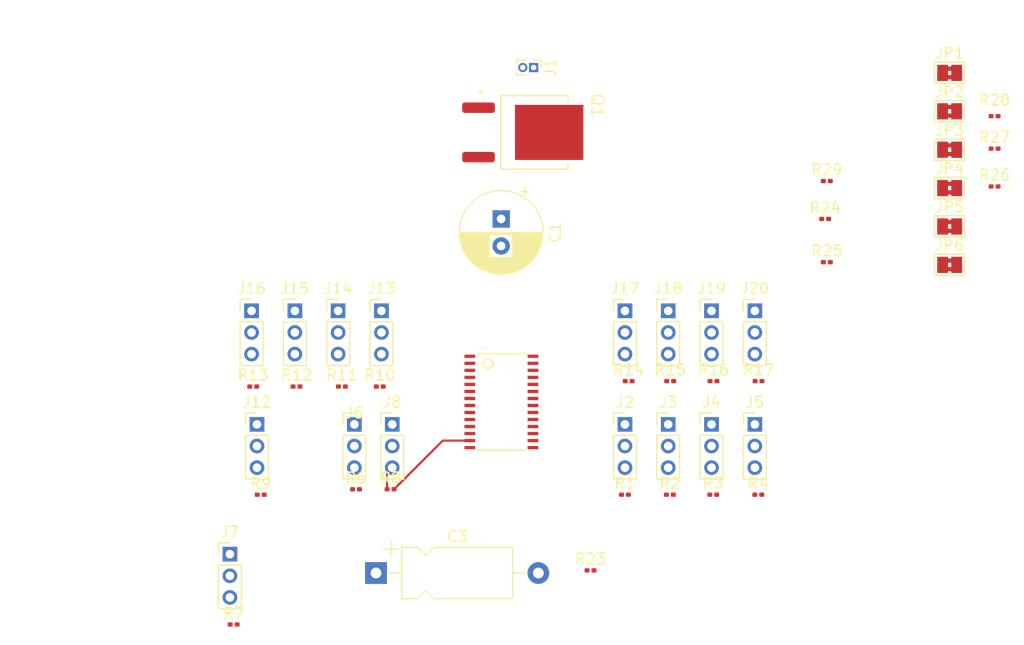
<source format=kicad_pcb>
(kicad_pcb (version 20240108) (generator "pcbnew") (generator_version "8.0")
  (layers (0 "F.Cu" signal) (31 "B.Cu" signal) (34 "B.Paste" user) (35 "F.Paste" user) (36 "B.SilkS" user "B.Silkscreen") (37 "F.SilkS" user "F.Silkscreen") (38 "B.Mask" user) (39 "F.Mask" user) (44 "Edge.Cuts" user))
  (net 0 "")
  (net 1 "5V")
  (net 2 "A0")
  (net 3 "Net-(J1-Pin_1)")
  (net 4 "Net-(JP1-B)")
  (net 5 "Net-(JP2-B)")
  (net 6 "Net-(JP3-B)")
  (net 7 "Net-(JP4-B)")
  (net 8 "Net-(JP5-B)")
  (net 9 "Net-(JP6-B)")
  (net 10 "PWM15")
  (net 11 "Net-(U1-#OE)")
  (net 12 "PWM0")
  (net 13 "PWM1")
  (net 14 "PWM2")
  (net 15 "PWM3")
  (net 16 "PWM4")
  (net 17 "PWM5")
  (net 18 "PWM6")
  (net 19 "PWM7")
  (net 20 "PWM8")
  (net 21 "PWM9")
  (net 22 "PWM10")
  (net 23 "PWM11")
  (net 24 "PWM12")
  (net 25 "PWM13")
  (net 26 "PWM14")
  (net 27 "SDA")
  (net 28 "SCL")
  (net 29 "Net-(J2-Pin_3)")
  (net 30 "Net-(J3-Pin_3)")
  (net 31 "Net-(J4-Pin_3)")
  (net 32 "Net-(J5-Pin_3)")
  (net 33 "Net-(J6-Pin_3)")
  (net 34 "Net-(J7-Pin_3)")
  (net 35 "Net-(J8-Pin_3)")
  (net 36 "Net-(J12-Pin_3)")
  (net 37 "Net-(J13-Pin_3)")
  (net 38 "Net-(J14-Pin_3)")
  (net 39 "Net-(J15-Pin_3)")
  (net 40 "Net-(J16-Pin_3)")
  (net 41 "Net-(J17-Pin_3)")
  (net 42 "Net-(J18-Pin_3)")
  (net 43 "Net-(J19-Pin_3)")
  (net 44 "Net-(J20-Pin_3)")
  (footprint "Jumper:SolderJumper-2_P1.3mm_Bridged2Bar_Pad1.0x1.5mm" (layer "F.Cu") (at 151.5 63.2)
    (property "Reference" "JP5" (at 0 -1.8 0) (layer "F.SilkS"))
    (property "Value" "Jumper_2_Bridged")
    (fp_poly (pts (xy -0.25 -0.6) (xy 0.25 -0.6) (xy 0.25 -0.2) (xy -0.25 -0.2)) (fill solid) (layer "F.Cu"))
    (fp_poly (pts (xy -0.25 0.2) (xy 0.25 0.2) (xy 0.25 0.6) (xy -0.25 0.6)) (fill solid) (layer "F.Cu"))
    (pad "1" smd rect (at -0.65 0) (size 1 1.5) (layers "F.Cu" "F.Mask") (net 1 "5V"))
    (pad "2" smd rect (at 0.65 0) (size 1 1.5) (layers "F.Cu" "F.Mask") (net 8 "Net-(JP5-B)"))
  )
  (footprint "Connector_PinHeader_2.00mm:PinHeader_1x03_P2.00mm_Vertical" (layer "F.Cu") (at 133.5 71)
    (property "Reference" "J20" (at 0 -2.06 0) (layer "F.SilkS"))
    (property "Value" "Conn_01x03_Pin")
    (pad "1" thru_hole rect (at 0 0) (size 1.35 1.35) (drill 0.8) (layers "*.Cu" "*.Mask") (net 1 "5V"))
    (pad "2" thru_hole oval (at 0 2) (size 1.35 1.35) (drill 0.8) (layers "*.Cu" "*.Mask") (net 2 "A0"))
    (pad "3" thru_hole oval (at 0 4) (size 1.35 1.35) (drill 0.8) (layers "*.Cu" "*.Mask") (net 44 "Net-(J20-Pin_3)"))
  )
  (footprint "Connector_PinHeader_2.00mm:PinHeader_1x03_P2.00mm_Vertical" (layer "F.Cu") (at 95 71)
    (property "Reference" "J14" (at 0 -2.06 0) (layer "F.SilkS"))
    (property "Value" "Conn_01x03_Pin")
    (pad "1" thru_hole rect (at 0 0) (size 1.35 1.35) (drill 0.8) (layers "*.Cu" "*.Mask") (net 1 "5V"))
    (pad "2" thru_hole oval (at 0 2) (size 1.35 1.35) (drill 0.8) (layers "*.Cu" "*.Mask") (net 2 "A0"))
    (pad "3" thru_hole oval (at 0 4) (size 1.35 1.35) (drill 0.8) (layers "*.Cu" "*.Mask") (net 38 "Net-(J14-Pin_3)"))
  )
  (footprint "Resistor_SMD:R_0201_0603Metric" (layer "F.Cu") (at 99.845 87.5)
    (property "Reference" "R8" (at 0 -1.05 0) (layer "F.SilkS"))
    (property "Value" "R")
    (pad "1" smd roundrect (at -0.32 0) (size 0.46 0.4) (layers "F.Cu" "F.Mask") (net 35 "Net-(J8-Pin_3)"))
    (pad "2" smd roundrect (at 0.32 0) (size 0.46 0.4) (layers "F.Cu" "F.Mask") (net 19 "PWM7"))
  )
  (footprint "Resistor_SMD:R_0201_0603Metric" (layer "F.Cu") (at 98.845 78)
    (property "Reference" "R10" (at 0 -1.05 0) (layer "F.SilkS"))
    (property "Value" "R")
    (pad "1" smd roundrect (at -0.32 0) (size 0.46 0.4) (layers "F.Cu" "F.Mask") (net 37 "Net-(J13-Pin_3)"))
    (pad "2" smd roundrect (at 0.32 0) (size 0.46 0.4) (layers "F.Cu" "F.Mask") (net 22 "PWM10"))
  )
  (footprint "Resistor_SMD:R_0201_0603Metric" (layer "F.Cu") (at 85.345 100)
    (property "Reference" "R7" (at 0 -1.05 0) (layer "F.SilkS"))
    (property "Value" "R")
    (pad "1" smd roundrect (at -0.32 0) (size 0.46 0.4) (layers "F.Cu" "F.Mask") (net 34 "Net-(J7-Pin_3)"))
    (pad "2" smd roundrect (at 0.32 0) (size 0.46 0.4) (layers "F.Cu" "F.Mask") (net 16 "PWM4"))
  )
  (footprint "Resistor_SMD:R_0201_0603Metric" (layer "F.Cu") (at 121.845 77.5)
    (property "Reference" "R14" (at 0 -1.05 0) (layer "F.SilkS"))
    (property "Value" "R")
    (pad "1" smd roundrect (at -0.32 0) (size 0.46 0.4) (layers "F.Cu" "F.Mask") (net 41 "Net-(J17-Pin_3)"))
    (pad "2" smd roundrect (at 0.32 0) (size 0.46 0.4) (layers "F.Cu" "F.Mask") (net 24 "PWM12"))
  )
  (footprint "Resistor_SMD:R_0201_0603Metric" (layer "F.Cu") (at 125.655 88)
    (property "Reference" "R2" (at 0 -1.05 0) (layer "F.SilkS"))
    (property "Value" "R")
    (pad "1" smd roundrect (at -0.32 0) (size 0.46 0.4) (layers "F.Cu" "F.Mask") (net 30 "Net-(J3-Pin_3)"))
    (pad "2" smd roundrect (at 0.32 0) (size 0.46 0.4) (layers "F.Cu" "F.Mask") (net 15 "PWM3"))
  )
  (footprint "Connector_PinHeader_2.00mm:PinHeader_1x03_P2.00mm_Vertical" (layer "F.Cu") (at 129.5 81.5)
    (property "Reference" "J4" (at 0 -2.06 0) (layer "F.SilkS"))
    (property "Value" "Conn_01x03_Pin")
    (pad "1" thru_hole rect (at 0 0) (size 1.35 1.35) (drill 0.8) (layers "*.Cu" "*.Mask") (net 1 "5V"))
    (pad "2" thru_hole oval (at 0 2) (size 1.35 1.35) (drill 0.8) (layers "*.Cu" "*.Mask") (net 2 "A0"))
    (pad "3" thru_hole oval (at 0 4) (size 1.35 1.35) (drill 0.8) (layers "*.Cu" "*.Mask") (net 31 "Net-(J4-Pin_3)"))
  )
  (footprint "Connector_PinHeader_2.00mm:PinHeader_1x03_P2.00mm_Vertical" (layer "F.Cu") (at 100 81.5)
    (property "Reference" "J8" (at 0 -2.06 0) (layer "F.SilkS"))
    (property "Value" "Conn_01x03_Pin")
    (pad "1" thru_hole rect (at 0 0) (size 1.35 1.35) (drill 0.8) (layers "*.Cu" "*.Mask") (net 1 "5V"))
    (pad "2" thru_hole oval (at 0 2) (size 1.35 1.35) (drill 0.8) (layers "*.Cu" "*.Mask") (net 2 "A0"))
    (pad "3" thru_hole oval (at 0 4) (size 1.35 1.35) (drill 0.8) (layers "*.Cu" "*.Mask") (net 35 "Net-(J8-Pin_3)"))
  )
  (footprint "Connector_PinHeader_2.00mm:PinHeader_1x03_P2.00mm_Vertical" (layer "F.Cu") (at 121.5 71)
    (property "Reference" "J17" (at 0 -2.06 0) (layer "F.SilkS"))
    (property "Value" "Conn_01x03_Pin")
    (pad "1" thru_hole rect (at 0 0) (size 1.35 1.35) (drill 0.8) (layers "*.Cu" "*.Mask") (net 1 "5V"))
    (pad "2" thru_hole oval (at 0 2) (size 1.35 1.35) (drill 0.8) (layers "*.Cu" "*.Mask") (net 2 "A0"))
    (pad "3" thru_hole oval (at 0 4) (size 1.35 1.35) (drill 0.8) (layers "*.Cu" "*.Mask") (net 41 "Net-(J17-Pin_3)"))
  )
  (footprint "Resistor_SMD:R_0201_0603Metric" (layer "F.Cu") (at 129.655 88)
    (property "Reference" "R3" (at 0 -1.05 0) (layer "F.SilkS"))
    (property "Value" "R")
    (pad "1" smd roundrect (at -0.32 0) (size 0.46 0.4) (layers "F.Cu" "F.Mask") (net 31 "Net-(J4-Pin_3)"))
    (pad "2" smd roundrect (at 0.32 0) (size 0.46 0.4) (layers "F.Cu" "F.Mask") (net 12 "PWM0"))
  )
  (footprint "Connector_PinHeader_2.00mm:PinHeader_1x03_P2.00mm_Vertical" (layer "F.Cu") (at 87 71)
    (property "Reference" "J16" (at 0 -2.06 0) (layer "F.SilkS"))
    (property "Value" "Conn_01x03_Pin")
    (pad "1" thru_hole rect (at 0 0) (size 1.35 1.35) (drill 0.8) (layers "*.Cu" "*.Mask") (net 1 "5V"))
    (pad "2" thru_hole oval (at 0 2) (size 1.35 1.35) (drill 0.8) (layers "*.Cu" "*.Mask") (net 2 "A0"))
    (pad "3" thru_hole oval (at 0 4) (size 1.35 1.35) (drill 0.8) (layers "*.Cu" "*.Mask") (net 40 "Net-(J16-Pin_3)"))
  )
  (footprint "Resistor_SMD:R_0201_0603Metric" (layer "F.Cu") (at 140.155 66.5)
    (property "Reference" "R25" (at 0 -1.05 0) (layer "F.SilkS"))
    (property "Value" "R")
    (pad "1" smd roundrect (at -0.32 0) (size 0.46 0.4) (layers "F.Cu" "F.Mask") (net 8 "Net-(JP5-B)"))
    (pad "2" smd roundrect (at 0.32 0) (size 0.46 0.4) (layers "F.Cu" "F.Mask") (net 2 "A0"))
  )
  (footprint "Resistor_SMD:R_0201_0603Metric" (layer "F.Cu") (at 140.155 59)
    (property "Reference" "R29" (at 0 -1.05 0) (layer "F.SilkS"))
    (property "Value" "R")
    (pad "1" smd roundrect (at -0.32 0) (size 0.46 0.4) (layers "F.Cu" "F.Mask") (net 4 "Net-(JP1-B)"))
    (pad "2" smd roundrect (at 0.32 0) (size 0.46 0.4) (layers "F.Cu" "F.Mask") (net 2 "A0"))
  )
  (footprint "Resistor_SMD:R_0201_0603Metric" (layer "F.Cu") (at 140 62.5)
    (property "Reference" "R24" (at 0 -1.05 0) (layer "F.SilkS"))
    (property "Value" "R")
    (pad "1" smd roundrect (at -0.32 0) (size 0.46 0.4) (layers "F.Cu" "F.Mask") (net 9 "Net-(JP6-B)"))
    (pad "2" smd roundrect (at 0.32 0) (size 0.46 0.4) (layers "F.Cu" "F.Mask") (net 2 "A0"))
  )
  (footprint "Resistor_SMD:R_0201_0603Metric" (layer "F.Cu") (at 155.655 59.5)
    (property "Reference" "R26" (at 0 -1.05 0) (layer "F.SilkS"))
    (property "Value" "R")
    (pad "1" smd roundrect (at -0.32 0) (size 0.46 0.4) (layers "F.Cu" "F.Mask") (net 7 "Net-(JP4-B)"))
    (pad "2" smd roundrect (at 0.32 0) (size 0.46 0.4) (layers "F.Cu" "F.Mask") (net 2 "A0"))
  )
  (footprint "Connector_PinHeader_2.00mm:PinHeader_1x03_P2.00mm_Vertical" (layer "F.Cu") (at 133.5 81.5)
    (property "Reference" "J5" (at 0 -2.06 0) (layer "F.SilkS"))
    (property "Value" "Conn_01x03_Pin")
    (pad "1" thru_hole rect (at 0 0) (size 1.35 1.35) (drill 0.8) (layers "*.Cu" "*.Mask") (net 1 "5V"))
    (pad "2" thru_hole oval (at 0 2) (size 1.35 1.35) (drill 0.8) (layers "*.Cu" "*.Mask") (net 2 "A0"))
    (pad "3" thru_hole oval (at 0 4) (size 1.35 1.35) (drill 0.8) (layers "*.Cu" "*.Mask") (net 32 "Net-(J5-Pin_3)"))
  )
  (footprint "Connector_PinHeader_2.00mm:PinHeader_1x03_P2.00mm_Vertical" (layer "F.Cu") (at 121.5 81.5)
    (property "Reference" "J2" (at 0 -2.06 0) (layer "F.SilkS"))
    (property "Value" "Conn_01x03_Pin")
    (pad "1" thru_hole rect (at 0 0) (size 1.35 1.35) (drill 0.8) (layers "*.Cu" "*.Mask") (net 1 "5V"))
    (pad "2" thru_hole oval (at 0 2) (size 1.35 1.35) (drill 0.8) (layers "*.Cu" "*.Mask") (net 2 "A0"))
    (pad "3" thru_hole oval (at 0 4) (size 1.35 1.35) (drill 0.8) (layers "*.Cu" "*.Mask") (net 29 "Net-(J2-Pin_3)"))
  )
  (footprint "Jumper:SolderJumper-2_P1.3mm_Bridged2Bar_Pad1.0x1.5mm" (layer "F.Cu") (at 151.5 52.55)
    (property "Reference" "JP2" (at 0 -1.8 0) (layer "F.SilkS"))
    (property "Value" "Jumper_2_Bridged")
    (fp_poly (pts (xy -0.25 -0.6) (xy 0.25 -0.6) (xy 0.25 -0.2) (xy -0.25 -0.2)) (fill solid) (layer "F.Cu"))
    (fp_poly (pts (xy -0.25 0.2) (xy 0.25 0.2) (xy 0.25 0.6) (xy -0.25 0.6)) (fill solid) (layer "F.Cu"))
    (pad "1" smd rect (at -0.65 0) (size 1 1.5) (layers "F.Cu" "F.Mask") (net 1 "5V"))
    (pad "2" smd rect (at 0.65 0) (size 1 1.5) (layers "F.Cu" "F.Mask") (net 5 "Net-(JP2-B)"))
  )
  (footprint "Connector_PinHeader_2.00mm:PinHeader_1x03_P2.00mm_Vertical" (layer "F.Cu") (at 85 93.5)
    (property "Reference" "J7" (at 0 -2.06 0) (layer "F.SilkS"))
    (property "Value" "Conn_01x03_Pin")
    (pad "1" thru_hole rect (at 0 0) (size 1.35 1.35) (drill 0.8) (layers "*.Cu" "*.Mask") (net 1 "5V"))
    (pad "2" thru_hole oval (at 0 2) (size 1.35 1.35) (drill 0.8) (layers "*.Cu" "*.Mask") (net 2 "A0"))
    (pad "3" thru_hole oval (at 0 4) (size 1.35 1.35) (drill 0.8) (layers "*.Cu" "*.Mask") (net 34 "Net-(J7-Pin_3)"))
  )
  (footprint "Jumper:SolderJumper-2_P1.3mm_Bridged2Bar_Pad1.0x1.5mm" (layer "F.Cu") (at 151.5 66.75)
    (property "Reference" "JP6" (at 0 -1.8 0) (layer "F.SilkS"))
    (property "Value" "Jumper_2_Bridged")
    (fp_poly (pts (xy -0.25 -0.6) (xy 0.25 -0.6) (xy 0.25 -0.2) (xy -0.25 -0.2)) (fill solid) (layer "F.Cu"))
    (fp_poly (pts (xy -0.25 0.2) (xy 0.25 0.2) (xy 0.25 0.6) (xy -0.25 0.6)) (fill solid) (layer "F.Cu"))
    (pad "1" smd rect (at -0.65 0) (size 1 1.5) (layers "F.Cu" "F.Mask") (net 1 "5V"))
    (pad "2" smd rect (at 0.65 0) (size 1 1.5) (layers "F.Cu" "F.Mask") (net 9 "Net-(JP6-B)"))
  )
  (footprint "Capacitor_THT:CP_Radial_D7.5mm_P2.50mm" (layer "F.Cu") (at 110.06 62.5 -90)
    (property "Reference" "C1" (at 1.25 -5 90) (layer "F.SilkS"))
    (property "Value" "C_Polarized_Small_US")
    (pad "1" thru_hole rect (at 0 0 270) (size 1.6 1.6) (drill 0.8) (layers "*.Cu" "*.Mask") (net 1 "5V"))
    (pad "2" thru_hole circle (at 2.5 0 270) (size 1.6 1.6) (drill 0.8) (layers "*.Cu" "*.Mask") (net 2 "A0"))
  )
  (footprint "Resistor_SMD:R_0201_0603Metric" (layer "F.Cu") (at 91.155 78)
    (property "Reference" "R12" (at 0 -1.05 0) (layer "F.SilkS"))
    (property "Value" "R")
    (pad "1" smd roundrect (at -0.32 0) (size 0.46 0.4) (layers "F.Cu" "F.Mask") (net 39 "Net-(J15-Pin_3)"))
    (pad "2" smd roundrect (at 0.32 0) (size 0.46 0.4) (layers "F.Cu" "F.Mask") (net 23 "PWM11"))
  )
  (footprint "Jumper:SolderJumper-2_P1.3mm_Bridged2Bar_Pad1.0x1.5mm" (layer "F.Cu") (at 151.5 56.1)
    (property "Reference" "JP3" (at 0 -1.8 0) (layer "F.SilkS"))
    (property "Value" "Jumper_2_Bridged")
    (fp_poly (pts (xy -0.25 -0.6) (xy 0.25 -0.6) (xy 0.25 -0.2) (xy -0.25 -0.2)) (fill solid) (layer "F.Cu"))
    (fp_poly (pts (xy -0.25 0.2) (xy 0.25 0.2) (xy 0.25 0.6) (xy -0.25 0.6)) (fill solid) (layer "F.Cu"))
    (pad "1" smd rect (at -0.65 0) (size 1 1.5) (layers "F.Cu" "F.Mask") (net 1 "5V"))
    (pad "2" smd rect (at 0.65 0) (size 1 1.5) (layers "F.Cu" "F.Mask") (net 6 "Net-(JP3-B)"))
  )
  (footprint "Capacitor_THT:CP_Axial_L10.0mm_D4.5mm_P15.00mm_Horizontal" (layer "F.Cu") (at 98.5 95.2425)
    (property "Reference" "C3" (at 7.5 -3.37 360) (layer "F.SilkS"))
    (property "Value" "C")
    (pad "1" thru_hole rect (at 0 0) (size 2 2) (drill 1) (layers "*.Cu" "*.Mask") (net 1 "5V"))
    (pad "2" thru_hole oval (at 15 0) (size 2 2) (drill 1) (layers "*.Cu" "*.Mask") (net 2 "A0"))
  )
  (footprint "Resistor_SMD:R_0201_0603Metric" (layer "F.Cu") (at 125.68 77.5)
    (property "Reference" "R15" (at 0 -1.05 0) (layer "F.SilkS"))
    (property "Value" "R")
    (pad "1" smd roundrect (at -0.32 0) (size 0.46 0.4) (layers "F.Cu" "F.Mask") (net 42 "Net-(J18-Pin_3)"))
    (pad "2" smd roundrect (at 0.32 0) (size 0.46 0.4) (layers "F.Cu" "F.Mask") (net 25 "PWM13"))
  )
  (footprint "Resistor_SMD:R_0201_0603Metric" (layer "F.Cu") (at 87.155 78)
    (property "Reference" "R13" (at 0 -1.05 0) (layer "F.SilkS"))
    (property "Value" "R")
    (pad "1" smd roundrect (at -0.32 0) (size 0.46 0.4) (layers "F.Cu" "F.Mask") (net 40 "Net-(J16-Pin_3)"))
    (pad "2" smd roundrect (at 0.32 0) (size 0.46 0.4) (layers "F.Cu" "F.Mask") (net 21 "PWM9"))
  )
  (footprint "Connector_PinHeader_2.00mm:PinHeader_1x03_P2.00mm_Vertical" (layer "F.Cu") (at 125.5 71)
    (property "Reference" "J18" (at 0 -2.06 0) (layer "F.SilkS"))
    (property "Value" "Conn_01x03_Pin")
    (pad "1" thru_hole rect (at 0 0) (size 1.35 1.35) (drill 0.8) (layers "*.Cu" "*.Mask") (net 1 "5V"))
    (pad "2" thru_hole oval (at 0 2) (size 1.35 1.35) (drill 0.8) (layers "*.Cu" "*.Mask") (net 2 "A0"))
    (pad "3" thru_hole oval (at 0 4) (size 1.35 1.35) (drill 0.8) (layers "*.Cu" "*.Mask") (net 42 "Net-(J18-Pin_3)"))
  )
  (footprint "Resistor_SMD:R_0201_0603Metric" (layer "F.Cu") (at 95.345 78)
    (property "Reference" "R11" (at 0 -1.05 0) (layer "F.SilkS"))
    (property "Value" "R")
    (pad "1" smd roundrect (at -0.32 0) (size 0.46 0.4) (layers "F.Cu" "F.Mask") (net 38 "Net-(J14-Pin_3)"))
    (pad "2" smd roundrect (at 0.32 0) (size 0.46 0.4) (layers "F.Cu" "F.Mask") (net 20 "PWM8"))
  )
  (footprint "Connector_PinHeader_2.00mm:PinHeader_1x03_P2.00mm_Vertical" (layer "F.Cu") (at 87.5 81.5)
    (property "Reference" "J12" (at 0 -2.06 0) (layer "F.SilkS"))
    (property "Value" "Conn_01x03_Pin")
    (pad "1" thru_hole rect (at 0 0) (size 1.35 1.35) (drill 0.8) (layers "*.Cu" "*.Mask") (net 1 "5V"))
    (pad "2" thru_hole oval (at 0 2) (size 1.35 1.35) (drill 0.8) (layers "*.Cu" "*.Mask") (net 2 "A0"))
    (pad "3" thru_hole oval (at 0 4) (size 1.35 1.35) (drill 0.8) (layers "*.Cu" "*.Mask") (net 36 "Net-(J12-Pin_3)"))
  )
  (footprint "Connector_PinHeader_1.00mm:PinHeader_1x02_P1.00mm_Vertical" (layer "F.Cu") (at 113.06 48.5 -90)
    (property "Reference" "J1" (at 0 -1.56 90) (layer "F.SilkS"))
    (property "Value" "Conn_01x02_Pin")
    (pad "1" thru_hole rect (at 0 0 270) (size 0.85 0.85) (drill 0.5) (layers "*.Cu" "*.Mask") (net 3 "Net-(J1-Pin_1)"))
    (pad "2" thru_hole oval (at 0 1 270) (size 0.85 0.85) (drill 0.5) (layers "*.Cu" "*.Mask") (net 2 "A0"))
  )
  (footprint "Resistor_SMD:R_0201_0603Metric" (layer "F.Cu") (at 129.68 77.5)
    (property "Reference" "R16" (at 0 -1.05 0) (layer "F.SilkS"))
    (property "Value" "R")
    (pad "1" smd roundrect (at -0.32 0) (size 0.46 0.4) (layers "F.Cu" "F.Mask") (net 43 "Net-(J19-Pin_3)"))
    (pad "2" smd roundrect (at 0.32 0) (size 0.46 0.4) (layers "F.Cu" "F.Mask") (net 26 "PWM14"))
  )
  (footprint "Resistor_SMD:R_0201_0603Metric" (layer "F.Cu") (at 118.32 95)
    (property "Reference" "R23" (at 0 -1.05 0) (layer "F.SilkS"))
    (property "Value" "R")
    (pad "1" smd roundrect (at -0.32 0) (size 0.46 0.4) (layers "F.Cu" "F.Mask") (net 2 "A0"))
    (pad "2" smd roundrect (at 0.32 0) (size 0.46 0.4) (layers "F.Cu" "F.Mask") (net 11 "Net-(U1-#OE)"))
  )
  (footprint "Connector_PinHeader_2.00mm:PinHeader_1x03_P2.00mm_Vertical" (layer "F.Cu") (at 125.5 81.5)
    (property "Reference" "J3" (at 0 -2.06 0) (layer "F.SilkS"))
    (property "Value" "Conn_01x03_Pin")
    (pad "1" thru_hole rect (at 0 0) (size 1.35 1.35) (drill 0.8) (layers "*.Cu" "*.Mask") (net 1 "5V"))
    (pad "2" thru_hole oval (at 0 2) (size 1.35 1.35) (drill 0.8) (layers "*.Cu" "*.Mask") (net 2 "A0"))
    (pad "3" thru_hole oval (at 0 4) (size 1.35 1.35) (drill 0.8) (layers "*.Cu" "*.Mask") (net 30 "Net-(J3-Pin_3)"))
  )
  (footprint "Connector_PinHeader_2.00mm:PinHeader_1x03_P2.00mm_Vertical" (layer "F.Cu") (at 91 71)
    (property "Reference" "J15" (at 0 -2.06 0) (layer "F.SilkS"))
    (property "Value" "Conn_01x03_Pin")
    (pad "1" thru_hole rect (at 0 0) (size 1.35 1.35) (drill 0.8) (layers "*.Cu" "*.Mask") (net 1 "5V"))
    (pad "2" thru_hole oval (at 0 2) (size 1.35 1.35) (drill 0.8) (layers "*.Cu" "*.Mask") (net 2 "A0"))
    (pad "3" thru_hole oval (at 0 4) (size 1.35 1.35) (drill 0.8) (layers "*.Cu" "*.Mask") (net 39 "Net-(J15-Pin_3)"))
  )
  (footprint "Resistor_SMD:R_0201_0603Metric" (layer "F.Cu") (at 96.655 87.5)
    (property "Reference" "R6" (at 0 -1.05 0) (layer "F.SilkS"))
    (property "Value" "R")
    (pad "1" smd roundrect (at -0.32 0) (size 0.46 0.4) (layers "F.Cu" "F.Mask") (net 33 "Net-(J6-Pin_3)"))
    (pad "2" smd roundrect (at 0.32 0) (size 0.46 0.4) (layers "F.Cu" "F.Mask") (net 18 "PWM6"))
  )
  (footprint "Jumper:SolderJumper-2_P1.3mm_Bridged2Bar_Pad1.0x1.5mm" (layer "F.Cu") (at 151.5 49)
    (property "Reference" "JP1" (at 0 -1.8 0) (layer "F.SilkS"))
    (property "Value" "Jumper_2_Bridged")
    (fp_poly (pts (xy -0.25 -0.6) (xy 0.25 -0.6) (xy 0.25 -0.2) (xy -0.25 -0.2)) (fill solid) (layer "F.Cu"))
    (fp_poly (pts (xy -0.25 0.2) (xy 0.25 0.2) (xy 0.25 0.6) (xy -0.25 0.6)) (fill solid) (layer "F.Cu"))
    (pad "1" smd rect (at -0.65 0) (size 1 1.5) (layers "F.Cu" "F.Mask") (net 1 "5V"))
    (pad "2" smd rect (at 0.65 0) (size 1 1.5) (layers "F.Cu" "F.Mask") (net 4 "Net-(JP1-B)"))
  )
  (footprint "AOD417:DPAK228P994X240_3N" (layer "F.Cu") (at 112.06 54.5 -90)
    (property "Reference" "Q1" (at -3.70678 -6.25744 -90) (layer "F.SilkS") (effects (font (size 1.143 1.143) (thickness 0.127)) (justify left bottom)))
    (property "Value" "AOD417")
    (pad "1" smd roundrect (at -2.286 4.09 270) (size 0.97 3.02) (layers "F.Cu" "F.Paste" "F.Mask") (net 2 "A0"))
    (pad "3" smd roundrect (at 2.286 4.09 270) (size 0.97 3.02) (layers "F.Cu" "F.Paste" "F.Mask") (net 1 "5V"))
    (pad "4" smd rect (at 0 -2.44 270) (size 5.09 6.32) (layers "F.Cu" "F.Mask") (net 3 "Net-(J1-Pin_1)"))
  )
  (footprint "Connector_PinHeader_2.00mm:PinHeader_1x03_P2.00mm_Vertical" (layer "F.Cu") (at 96.5 81.5)
    (property "Reference" "J6" (at 0 -1.06 0) (layer "F.SilkS"))
    (property "Value" "Conn_01x03_Pin")
    (pad "1" thru_hole rect (at 0 0) (size 1.35 1.35) (drill 0.8) (layers "*.Cu" "*.Mask") (net 1 "5V"))
    (pad "2" thru_hole oval (at 0 2) (size 1.35 1.35) (drill 0.8) (layers "*.Cu" "*.Mask") (net 2 "A0"))
    (pad "3" thru_hole oval (at 0 4) (size 1.35 1.35) (drill 0.8) (layers "*.Cu" "*.Mask") (net 33 "Net-(J6-Pin_3)"))
  )
  (footprint "Resistor_SMD:R_0201_0603Metric" (layer "F.Cu") (at 155.655 53)
    (property "Reference" "R28" (at 0 -1.5 0) (layer "F.SilkS"))
    (property "Value" "R")
    (pad "1" smd roundrect (at -0.32 0) (size 0.46 0.4) (layers "F.Cu" "F.Mask") (net 5 "Net-(JP2-B)"))
    (pad "2" smd roundrect (at 0.32 0) (size 0.46 0.4) (layers "F.Cu" "F.Mask") (net 2 "A0"))
  )
  (footprint "Resistor_SMD:R_0201_0603Metric" (layer "F.Cu") (at 133.82 88)
    (property "Reference" "R4" (at 0 -1.05 0) (layer "F.SilkS"))
    (property "Value" "R")
    (pad "1" smd roundrect (at -0.32 0) (size 0.46 0.4) (layers "F.Cu" "F.Mask") (net 32 "Net-(J5-Pin_3)"))
    (pad "2" smd roundrect (at 0.32 0) (size 0.46 0.4) (layers "F.Cu" "F.Mask") (net 13 "PWM1"))
  )
  (footprint "Resistor_SMD:R_0201_0603Metric" (layer "F.Cu") (at 121.5 88)
    (property "Reference" "R1" (at 0 -1.05 0) (layer "F.SilkS"))
    (property "Value" "R")
    (pad "1" smd roundrect (at -0.32 0) (size 0.46 0.4) (layers "F.Cu" "F.Mask") (net 29 "Net-(J2-Pin_3)"))
    (pad "2" smd roundrect (at 0.32 0) (size 0.46 0.4) (layers "F.Cu" "F.Mask") (net 14 "PWM2"))
  )
  (footprint "Connector_PinHeader_2.00mm:PinHeader_1x03_P2.00mm_Vertical" (layer "F.Cu") (at 99 71)
    (property "Reference" "J13" (at 0 -2.06 0) (layer "F.SilkS"))
    (property "Value" "Conn_01x03_Pin")
    (pad "1" thru_hole rect (at 0 0) (size 1.35 1.35) (drill 0.8) (layers "*.Cu" "*.Mask") (net 1 "5V"))
    (pad "2" thru_hole oval (at 0 2) (size 1.35 1.35) (drill 0.8) (layers "*.Cu" "*.Mask") (net 2 "A0"))
    (pad "3" thru_hole oval (at 0 4) (size 1.35 1.35) (drill 0.8) (layers "*.Cu" "*.Mask") (net 37 "Net-(J13-Pin_3)"))
  )
  (footprint "Jumper:SolderJumper-2_P1.3mm_Bridged2Bar_Pad1.0x1.5mm" (layer "F.Cu") (at 151.5 59.65)
    (property "Reference" "JP4" (at 0 -1.8 0) (layer "F.SilkS"))
    (property "Value" "Jumper_2_Bridged")
    (fp_poly (pts (xy -0.25 -0.6) (xy 0.25 -0.6) (xy 0.25 -0.2) (xy -0.25 -0.2)) (fill solid) (layer "F.Cu"))
    (fp_poly (pts (xy -0.25 0.2) (xy 0.25 0.2) (xy 0.25 0.6) (xy -0.25 0.6)) (fill solid) (layer "F.Cu"))
    (pad "1" smd rect (at -0.65 0) (size 1 1.5) (layers "F.Cu" "F.Mask") (net 1 "5V"))
    (pad "2" smd rect (at 0.65 0) (size 1 1.5) (layers "F.Cu" "F.Mask") (net 7 "Net-(JP4-B)"))
  )
  (footprint "Resistor_SMD:R_0201_0603Metric" (layer "F.Cu") (at 155.655 56)
    (property "Reference" "R27" (at 0 -1.05 0) (layer "F.SilkS"))
    (property "Value" "R")
    (pad "1" smd roundrect (at -0.32 0) (size 0.46 0.4) (layers "F.Cu" "F.Mask") (net 6 "Net-(JP3-B)"))
    (pad "2" smd roundrect (at 0.32 0) (size 0.46 0.4) (layers "F.Cu" "F.Mask") (net 2 "A0"))
  )
  (footprint "PCA9685:TSSOP28" (layer "F.Cu") (at 110.0822 79.425 -90)
    (property "Reference" "U1" (at -4.8456 2.0828 0) (layer "F.SilkS") (effects (font (size 0.373888 0.373888) (thickness 0.032512)) (justify left bottom)))
    (property "Value" "PCA9685")
    (pad "1" smd rect (at -4.225 2.9178 270) (size 0.3048 0.9906) (layers "F.Cu" "F.Paste" "F.Mask") (net 2 "A0"))
    (pad "2" smd rect (at -3.575 2.9178 270) (size 0.3048 0.9906) (layers "F.Cu" "F.Paste" "F.Mask") (net 2 "A0"))
    (pad "3" smd rect (at -2.925 2.9178 270) (size 0.3048 0.9906) (layers "F.Cu" "F.Paste" "F.Mask") (net 2 "A0"))
    (pad "4" smd rect (at -2.275 2.9178 270) (size 0.3048 0.9906) (layers "F.Cu" "F.Paste" "F.Mask") (net 2 "A0"))
    (pad "5" smd rect (at -1.625 2.9178 270) (size 0.3048 0.9906) (layers "F.Cu" "F.Paste" "F.Mask") (net 2 "A0"))
    (pad "6" smd rect (at -0.975 2.9178 270) (size 0.3048 0.9906) (layers "F.Cu" "F.Paste" "F.Mask") (net 12 "PWM0"))
    (pad "7" smd rect (at -0.325 2.9178 270) (size 0.3048 0.9906) (layers "F.Cu" "F.Paste" "F.Mask") (net 13 "PWM1"))
    (pad "8" smd rect (at 0.325 2.9178 270) (size 0.3048 0.9906) (layers "F.Cu" "F.Paste" "F.Mask") (net 14 "PWM2"))
    (pad "9" smd rect (at 0.975 2.9178 270) (size 0.3048 0.9906) (layers "F.Cu" "F.Paste" "F.Mask") (net 15 "PWM3"))
    (pad "10" smd rect (at 1.625 2.9178 270) (size 0.3048 0.9906) (layers "F.Cu" "F.Paste" "F.Mask") (net 16 "PWM4"))
    (pad "11" smd rect (at 2.275 2.9178 270) (size 0.3048 0.9906) (layers "F.Cu" "F.Paste" "F.Mask") (net 17 "PWM5"))
    (pad "12" smd rect (at 2.925 2.9178 270) (size 0.3048 0.9906) (layers "F.Cu" "F.Paste" "F.Mask") (net 18 "PWM6"))
    (pad "13" smd rect (at 3.575 2.9178 270) (size 0.3048 0.9906) (layers "F.Cu" "F.Paste" "F.Mask") (net 19 "PWM7"))
    (pad "14" smd rect (at 4.225 2.9178 270) (size 0.3048 0.9906) (layers "F.Cu" "F.Paste" "F.Mask") (net 2 "A0"))
    (pad "15" smd rect (at 4.225 -2.9178 270) (size 0.3048 0.9906) (layers "F.Cu" "F.Paste" "F.Mask") (net 20 "PWM8"))
    (pad "16" smd rect (at 3.575 -2.9178 270) (size 0.3048 0.9906) (layers "F.Cu" "F.Paste" "F.Mask") (net 21 "PWM9"))
    (pad "17" smd rect (at 2.925 -2.9178 270) (size 0.3048 0.9906) (layers "F.Cu" "F.Paste" "F.Mask") (net 22 "PWM10"))
    (pad "18" smd rect (at 2.275 -2.9178 270) (size 0.3048 0.9906) (layers "F.Cu" "F.Paste" "F.Mask") (net 23 "PWM11"))
    (pad "19" smd rect (at 1.625 -2.9178 270) (size 0.3048 0.9906) (layers "F.Cu" "F.Paste" "F.Mask") (net 24 "PWM12"))
    (pad "20" smd rect (at 0.975 -2.9178 270) (size 0.3048 0.9906) (layers "F.Cu" "F.Paste" "F.Mask") (net 25 "PWM13"))
    (pad "21" smd rect (at 0.325 -2.9178 270) (size 0.3048 0.9906) (layers "F.Cu" "F.Paste" "F.Mask") (net 26 "PWM14"))
    (pad "22" smd rect (at -0.325 -2.9178 270) (size 0.3048 0.9906) (layers "F.Cu" "F.Paste" "F.Mask") (net 10 "PWM15"))
    (pad "23" smd rect (at -0.975 -2.9178 270) (size 0.3048 0.9906) (layers "F.Cu" "F.Paste" "F.Mask") (net 11 "Net-(U1-#OE)"))
    (pad "24" smd rect (at -1.625 -2.9178 270) (size 0.3048 0.9906) (layers "F.Cu" "F.Paste" "F.Mask") (net 2 "A0"))
    (pad "25" smd rect (at -2.275 -2.9178 270) (size 0.3048 0.9906) (layers "F.Cu" "F.Paste" "F.Mask") (net 2 "A0"))
    (pad "26" smd rect (at -2.925 -2.9178 270) (size 0.3048 0.9906) (layers "F.Cu" "F.Paste" "F.Mask") (net 28 "SCL"))
    (pad "27" smd rect (at -3.575 -2.9178 270) (size 0.3048 0.9906) (layers "F.Cu" "F.Paste" "F.Mask") (net 27 "SDA"))
    (pad "28" smd rect (at -4.225 -2.9178 270) (size 0.3048 0.9906) (layers "F.Cu" "F.Paste" "F.Mask") (net 1 "5V"))
  )
  (footprint "Connector_PinHeader_2.00mm:PinHeader_1x03_P2.00mm_Vertical" (layer "F.Cu") (at 129.5 71)
    (property "Reference" "J19" (at 0 -2.06 0) (layer "F.SilkS"))
    (property "Value" "Conn_01x03_Pin")
    (pad "1" thru_hole rect (at 0 0) (size 1.35 1.35) (drill 0.8) (layers "*.Cu" "*.Mask") (net 1 "5V"))
    (pad "2" thru_hole oval (at 0 2) (size 1.35 1.35) (drill 0.8) (layers "*.Cu" "*.Mask") (net 2 "A0"))
    (pad "3" thru_hole oval (at 0 4) (size 1.35 1.35) (drill 0.8) (layers "*.Cu" "*.Mask") (net 43 "Net-(J19-Pin_3)"))
  )
  (footprint "Resistor_SMD:R_0201_0603Metric" (layer "F.Cu") (at 87.845 88)
    (property "Reference" "R9" (at 0 -1.05 0) (layer "F.SilkS"))
    (property "Value" "R")
    (pad "1" smd roundrect (at -0.32 0) (size 0.46 0.4) (layers "F.Cu" "F.Mask") (net 36 "Net-(J12-Pin_3)"))
    (pad "2" smd roundrect (at 0.32 0) (size 0.46 0.4) (layers "F.Cu" "F.Mask") (net 17 "PWM5"))
  )
  (footprint "Resistor_SMD:R_0201_0603Metric" (layer "F.Cu") (at 133.845 77.5)
    (property "Reference" "R17" (at 0 -1.05 0) (layer "F.SilkS"))
    (property "Value" "R")
    (pad "1" smd roundrect (at -0.32 0) (size 0.46 0.4) (layers "F.Cu" "F.Mask") (net 44 "Net-(J20-Pin_3)"))
    (pad "2" smd roundrect (at 0.32 0) (size 0.46 0.4) (layers "F.Cu" "F.Mask") (net 10 "PWM15"))
  )
  (segment (start 104.665 83) (end 107.1644 83) (width 0.2) (layer "F.Cu") (net 19))
  (segment (start 100.165 87.5) (end 104.665 83) (width 0.2) (layer "F.Cu") (net 19))
  (segment (start 99.525 85.975) (end 100 85.5) (width 0.2) (layer "F.Cu") (net 35))
  (segment (start 99.525 87.5) (end 99.525 85.975) (width 0.2) (layer "F.Cu") (net 35))
)
</source>
